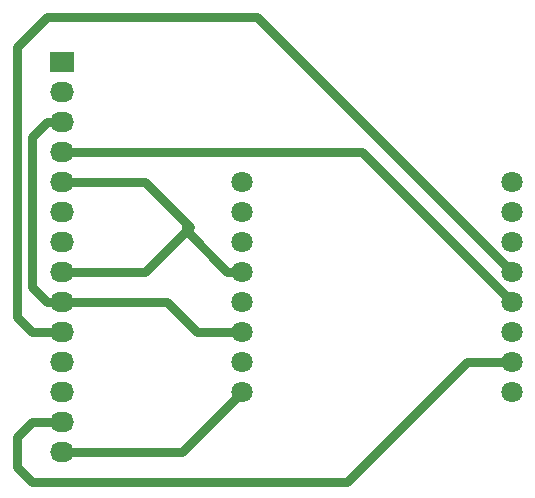
<source format=gbr>
G04 #@! TF.FileFunction,Copper,L1,Top,Signal*
%FSLAX46Y46*%
G04 Gerber Fmt 4.6, Leading zero omitted, Abs format (unit mm)*
G04 Created by KiCad (PCBNEW 4.0.5) date 2017 January 02, Monday 13:47:43*
%MOMM*%
%LPD*%
G01*
G04 APERTURE LIST*
%ADD10C,0.100000*%
%ADD11R,2.032000X1.727200*%
%ADD12O,2.032000X1.727200*%
%ADD13C,1.800000*%
%ADD14C,0.762000*%
G04 APERTURE END LIST*
D10*
D11*
X115570000Y-88900000D03*
D12*
X115570000Y-91440000D03*
X115570000Y-93980000D03*
X115570000Y-96520000D03*
X115570000Y-99060000D03*
X115570000Y-101600000D03*
X115570000Y-104140000D03*
X115570000Y-106680000D03*
X115570000Y-109220000D03*
X115570000Y-111760000D03*
X115570000Y-114300000D03*
X115570000Y-116840000D03*
X115570000Y-119380000D03*
X115570000Y-121920000D03*
D13*
X153670000Y-99060000D03*
X153670000Y-101600000D03*
X153670000Y-104140000D03*
X153670000Y-106680000D03*
X153670000Y-109220000D03*
X153670000Y-111760000D03*
X153670000Y-114300000D03*
X153670000Y-116840000D03*
X130810000Y-116840000D03*
X130810000Y-114300000D03*
X130810000Y-111760000D03*
X130810000Y-109220000D03*
X130810000Y-106680000D03*
X130810000Y-104140000D03*
X130810000Y-101600000D03*
X130810000Y-99060000D03*
D14*
X115570000Y-111760000D02*
X113030000Y-111760000D01*
X132080000Y-85090000D02*
X153670000Y-106680000D01*
X114300000Y-85090000D02*
X132080000Y-85090000D01*
X111760000Y-87630000D02*
X114300000Y-85090000D01*
X111760000Y-110490000D02*
X111760000Y-87630000D01*
X113030000Y-111760000D02*
X111760000Y-110490000D01*
X115570000Y-96520000D02*
X140970000Y-96520000D01*
X140970000Y-96520000D02*
X153670000Y-109220000D01*
X115570000Y-119380000D02*
X113030000Y-119380000D01*
X149860000Y-114300000D02*
X153670000Y-114300000D01*
X148590000Y-115570000D02*
X149860000Y-114300000D01*
X139700000Y-124460000D02*
X148590000Y-115570000D01*
X113030000Y-124460000D02*
X139700000Y-124460000D01*
X111760000Y-123190000D02*
X113030000Y-124460000D01*
X111760000Y-120650000D02*
X111760000Y-123190000D01*
X113030000Y-119380000D02*
X111760000Y-120650000D01*
X115570000Y-121920000D02*
X125730000Y-121920000D01*
X125730000Y-121920000D02*
X130810000Y-116840000D01*
X115570000Y-109220000D02*
X114300000Y-109220000D01*
X114300000Y-93980000D02*
X115570000Y-93980000D01*
X113030000Y-95250000D02*
X114300000Y-93980000D01*
X113030000Y-107950000D02*
X113030000Y-95250000D01*
X114300000Y-109220000D02*
X113030000Y-107950000D01*
X115570000Y-109220000D02*
X124460000Y-109220000D01*
X127000000Y-111760000D02*
X130810000Y-111760000D01*
X124460000Y-109220000D02*
X127000000Y-111760000D01*
X126047500Y-102552500D02*
X126047500Y-103187500D01*
X129540000Y-106680000D02*
X130810000Y-106680000D01*
X126047500Y-103187500D02*
X129540000Y-106680000D01*
X126365000Y-102870000D02*
X126047500Y-102552500D01*
X126047500Y-102552500D02*
X122555000Y-99060000D01*
X122555000Y-99060000D02*
X115570000Y-99060000D01*
X115570000Y-106680000D02*
X122555000Y-106680000D01*
X122555000Y-106680000D02*
X126365000Y-102870000D01*
M02*

</source>
